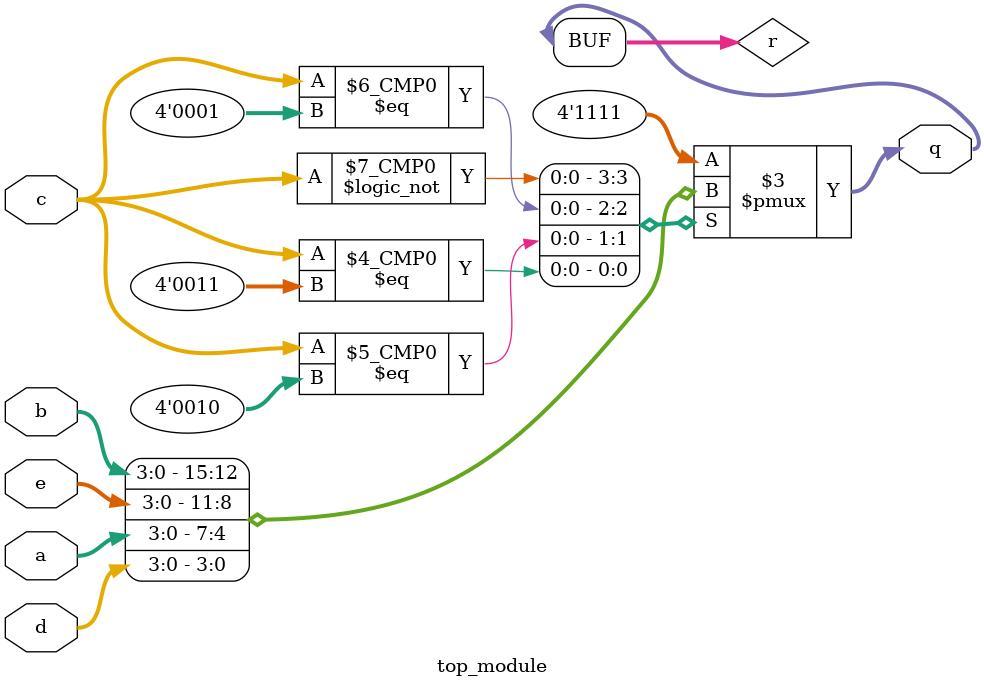
<source format=v>

`default_nettype none

module top_module (
    input   [3:0]   a,
    input   [3:0]   b,
    input   [3:0]   c,
    input   [3:0]   d,
    input   [3:0]   e,
    output  [3:0]   q
);

    reg     [3:0]   r;
    always @(*) begin
        case (c)
        4'h0    : r = b;
        4'h1    : r = e;
        4'h2    : r = a;
        4'h3    : r = d;
        default : r = 4'hf;
        endcase
    end

    assign q = r;

endmodule

</source>
